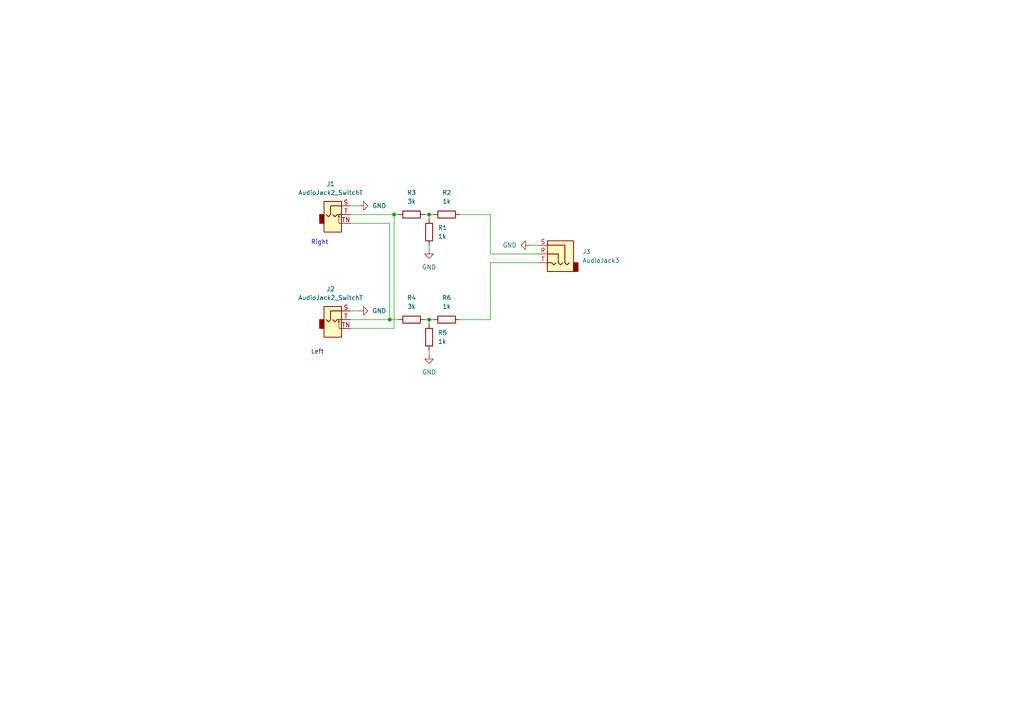
<source format=kicad_sch>
(kicad_sch (version 20230121) (generator eeschema)
  (paper "A4")
  (lib_symbols
    (symbol "Connector_Audio:AudioJack2_SwitchT"
      (property "Reference" "J" (at 0 8.89 0))
      (property "Value" "AudioJack2_SwitchT" (at 0 6.35 0))
      (symbol "AudioJack2_SwitchT_0_1"
        (rectangle (start -2.54 0) (end -3.81 -2.54) (stroke (width 0.254)) (fill (type outline)))
        (polyline (pts (xy 1.778 -0.254) (xy 2.032 -0.762)))
        (polyline (pts (xy 0 0) (xy 0.635 -0.635) (xy 1.27 0) (xy 2.54 0)) (stroke (width 0.254)))
        (polyline (pts (xy 2.54 -2.54) (xy 1.778 -2.54) (xy 1.778 -0.254) (xy 1.524 -0.762)))
        (polyline (pts (xy 2.54 2.54) (xy -0.635 2.54) (xy -0.635 0) (xy -1.27 -0.635) (xy -1.905 0)) (stroke (width 0.254)))
        (rectangle (start 2.54 3.81) (end -2.54 -5.08) (stroke (width 0.254)) (fill (type background)))
      )
      (symbol "AudioJack2_SwitchT_1_1"
        (pin passive line (at 5.08 2.54 180) (length 2.54) (name "~") (number "S"))
        (pin passive line (at 5.08 0 180) (length 2.54) (name "~") (number "T"))
        (pin passive line (at 5.08 -2.54 180) (length 2.54) (name "~") (number "TN"))
      )
    )
    (symbol "Connector_Audio:AudioJack3"
      (property "Reference" "J" (at 0 8.89 0))
      (property "Value" "AudioJack3" (at 0 6.35 0))
      (symbol "AudioJack3_0_1"
        (rectangle (start -5.08 -5.08) (end -6.35 -2.54) (stroke (width 0.254)) (fill (type outline)))
        (polyline (pts (xy 0 -2.54) (xy 0.635 -3.175) (xy 1.27 -2.54) (xy 2.54 -2.54)) (stroke (width 0.254)))
        (polyline (pts (xy -1.905 -2.54) (xy -1.27 -3.175) (xy -0.635 -2.54) (xy -0.635 0) (xy 2.54 0)) (stroke (width 0.254)))
        (polyline (pts (xy 2.54 2.54) (xy -2.54 2.54) (xy -2.54 -2.54) (xy -3.175 -3.175) (xy -3.81 -2.54)) (stroke (width 0.254)))
        (rectangle (start 2.54 3.81) (end -5.08 -5.08) (stroke (width 0.254)) (fill (type background)))
      )
      (symbol "AudioJack3_1_1"
        (pin passive line (at 5.08 0 180) (length 2.54) (name "~") (number "R"))
        (pin passive line (at 5.08 2.54 180) (length 2.54) (name "~") (number "S"))
        (pin passive line (at 5.08 -2.54 180) (length 2.54) (name "~") (number "T"))
      )
    )
    (symbol "Device:R" (pin_numbers hide) (pin_names (offset 0))
      (property "Reference" "R" (at 2.032 0 90))
      (property "Value" "R" (at 0 0 90))
      (symbol "R_0_1"
        (rectangle (start -1.016 -2.54) (end 1.016 2.54) (stroke (width 0.254)))
      )
      (symbol "R_1_1"
        (pin passive line (at 0 3.81 270) (length 1.27) (name "~") (number "1"))
        (pin passive line (at 0 -3.81 90) (length 1.27) (name "~") (number "2"))
      )
    )
    (symbol "power:GND" (power) (pin_names (offset 0))
      (property "Value" "GND" (at 0 -3.81 0))
      (symbol "GND_0_1"
        (polyline (pts (xy 0 0) (xy 0 -1.27) (xy 1.27 -1.27) (xy 0 -2.54) (xy -1.27 -1.27) (xy 0 -1.27)))
      )
      (symbol "GND_1_1"
        (pin power_in line (at 0 0 270) (length 0) hide (name "GND") (number "1"))
      )
    )
  )
  (junction (at 124.46 62.23))
  (junction (at 124.46 92.71))
  (junction (at 113.03 92.71))
  (junction (at 114.3 62.23))
  (wire (pts (xy 101.6 62.23) (xy 114.3 62.23)))
  (wire (pts (xy 114.3 62.23) (xy 114.3 95.25)))
  (wire (pts (xy 142.24 92.71) (xy 142.24 76.2)))
  (wire (pts (xy 101.6 59.69) (xy 104.14 59.69)))
  (wire (pts (xy 124.46 92.71) (xy 125.73 92.71)))
  (wire (pts (xy 123.19 92.71) (xy 124.46 92.71)))
  (wire (pts (xy 133.35 92.71) (xy 142.24 92.71)))
  (wire (pts (xy 113.03 92.71) (xy 113.03 64.77)))
  (wire (pts (xy 114.3 62.23) (xy 115.57 62.23)))
  (wire (pts (xy 124.46 62.23) (xy 124.46 63.5)))
  (wire (pts (xy 133.35 62.23) (xy 142.24 62.23)))
  (wire (pts (xy 113.03 64.77) (xy 101.6 64.77)))
  (wire (pts (xy 153.67 71.12) (xy 156.21 71.12)))
  (wire (pts (xy 101.6 90.17) (xy 104.14 90.17)))
  (wire (pts (xy 101.6 92.71) (xy 113.03 92.71)))
  (wire (pts (xy 142.24 62.23) (xy 142.24 73.66)))
  (wire (pts (xy 114.3 95.25) (xy 101.6 95.25)))
  (wire (pts (xy 123.19 62.23) (xy 124.46 62.23)))
  (wire (pts (xy 113.03 92.71) (xy 115.57 92.71)))
  (wire (pts (xy 124.46 62.23) (xy 125.73 62.23)))
  (wire (pts (xy 124.46 92.71) (xy 124.46 93.98)))
  (wire (pts (xy 142.24 73.66) (xy 156.21 73.66)))
  (wire (pts (xy 142.24 76.2) (xy 156.21 76.2)))
  (wire (pts (xy 124.46 71.12) (xy 124.46 72.39)))
  (wire (pts (xy 124.46 101.6) (xy 124.46 102.87)))
  (text "Right" (at 90.17 71.12 0) (effects (font (size 1.27 1.27)) (justify left bottom)))
  (text "Left" (at 90.17 102.87 0) (effects (font (size 1.27 1.27)) (justify left bottom)))
  (symbol (lib_id "Device:R") (at 124.46 67.31 0) (unit 1)
    (property "Reference" "R1" (at 127 66.04 0) (effects (justify left)))
    (property "Value" "1k" (at 127 68.58 0) (effects (justify left)))
  )
  (symbol (lib_id "power:GND") (at 153.67 71.12 270) (unit 1)
    (property "Reference" "#PWR01" (effects hide))
    (property "Value" "GND" (at 149.86 71.12 90) (effects (justify right)))
  )
  (symbol (lib_id "Device:R") (at 129.54 92.71 90) (unit 1)
    (property "Reference" "R6" (at 129.54 86.36 90))
    (property "Value" "1k" (at 129.54 88.9 90))
  )
  (symbol (lib_id "power:GND") (at 104.14 59.69 90) (unit 1)
    (property "Reference" "#PWR03" (effects hide))
    (property "Value" "GND" (at 107.95 59.69 90) (effects (justify right)))
  )
  (symbol (lib_id "Connector_Audio:AudioJack3") (at 161.29 73.66 0) (mirror y) (unit 1)
    (property "Reference" "J3" (at 168.91 73.025 0) (effects (justify right)))
    (property "Value" "AudioJack3" (at 168.91 75.565 0) (effects (justify right)))
  )
  (symbol (lib_id "power:GND") (at 124.46 102.87 0) (unit 1)
    (property "Reference" "#PWR05" (effects hide))
    (property "Value" "GND" (at 124.46 107.95 0))
  )
  (symbol (lib_id "Connector_Audio:AudioJack2_SwitchT") (at 96.52 92.71 0) (unit 1)
    (property "Reference" "J2" (at 95.885 83.82 0))
    (property "Value" "AudioJack2_SwitchT" (at 95.885 86.36 0))
  )
  (symbol (lib_id "Device:R") (at 119.38 62.23 90) (unit 1)
    (property "Reference" "R3" (at 119.38 55.88 90))
    (property "Value" "3k" (at 119.38 58.42 90))
  )
  (symbol (lib_id "power:GND") (at 124.46 72.39 0) (unit 1)
    (property "Reference" "#PWR04" (effects hide))
    (property "Value" "GND" (at 124.46 77.47 0))
  )
  (symbol (lib_id "Device:R") (at 119.38 92.71 90) (unit 1)
    (property "Reference" "R4" (at 119.38 86.36 90))
    (property "Value" "3k" (at 119.38 88.9 90))
  )
  (symbol (lib_id "Device:R") (at 129.54 62.23 90) (unit 1)
    (property "Reference" "R2" (at 129.54 55.88 90))
    (property "Value" "1k" (at 129.54 58.42 90))
  )
  (symbol (lib_id "Connector_Audio:AudioJack2_SwitchT") (at 96.52 62.23 0) (unit 1)
    (property "Reference" "J1" (at 95.885 53.34 0))
    (property "Value" "AudioJack2_SwitchT" (at 95.885 55.88 0))
  )
  (symbol (lib_id "Device:R") (at 124.46 97.79 0) (unit 1)
    (property "Reference" "R5" (at 127 96.52 0) (effects (justify left)))
    (property "Value" "1k" (at 127 99.06 0) (effects (justify left)))
  )
  (symbol (lib_id "power:GND") (at 104.14 90.17 90) (unit 1)
    (property "Reference" "#PWR02" (effects hide))
    (property "Value" "GND" (at 107.95 90.17 90) (effects (justify right)))
  )
)
</source>
